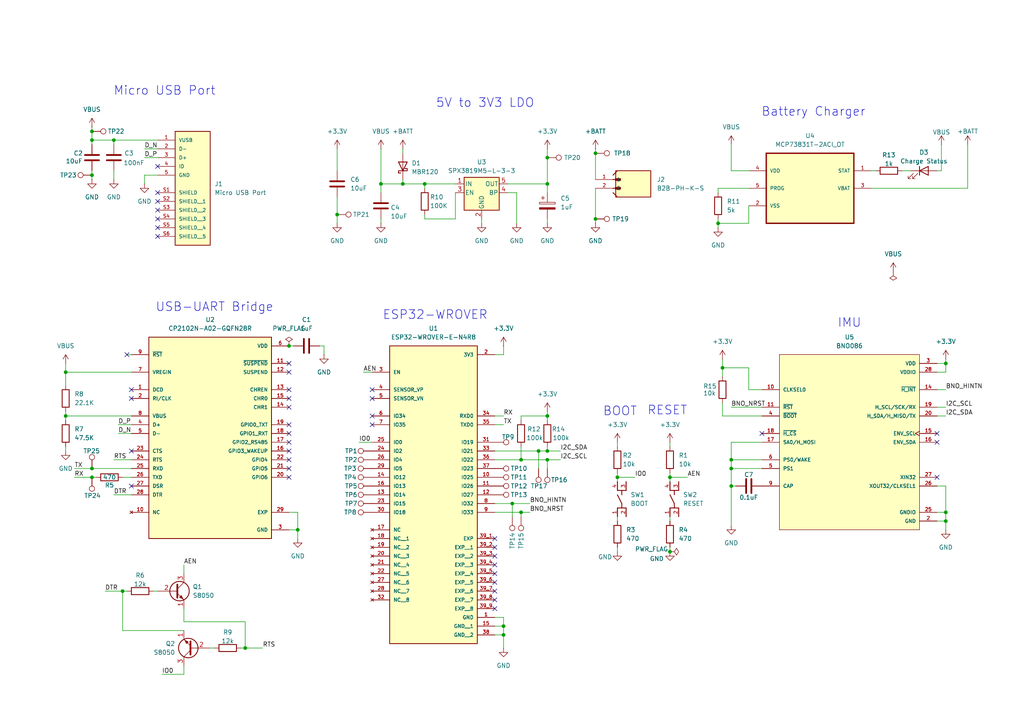
<source format=kicad_sch>
(kicad_sch (version 20231120) (generator "eeschema") (generator_version "8.0")
  (paper "A4")
  (lib_symbols
    (symbol "BNO086:BNO080" (pin_names (offset 1.016))
      (property "Reference" "U" (at -20.32 26.67 0))
      (property "Value" "BNO080" (at -20.32 -29.21 0))
      (symbol "BNO080_0_0"
        (pin input line (at -25.4 15.24 0) (length 5.08) (name "CLKSEL0") (number "10"))
        (pin input line (at -25.4 10.16 0) (length 5.08) (name "~{RST}") (number "11"))
        (pin output line (at 25.4 15.24 180) (length 5.08) (name "~{H_INT}") (number "14"))
        (pin bidirectional clock (at 25.4 2.54 180) (length 5.08) (name "ENV_SCL") (number "15"))
        (pin bidirectional line (at 25.4 0 180) (length 5.08) (name "ENV_SDA") (number "16"))
        (pin input line (at -25.4 0 0) (length 5.08) (name "SA0/H_MOSI") (number "17"))
        (pin input line (at -25.4 2.54 0) (length 5.08) (name "~{H_CS}") (number "18"))
        (pin bidirectional line (at 25.4 10.16 180) (length 5.08) (name "H_SCL/SCK/RX") (number "19"))
        (pin power_in line (at 25.4 -22.86 180) (length 5.08) (name "GND") (number "2"))
        (pin bidirectional line (at 25.4 7.62 180) (length 5.08) (name "H_SDA/H_MISO/TX") (number "20"))
        (pin power_in line (at 25.4 -20.32 180) (length 5.08) (name "GNDIO") (number "25"))
        (pin output line (at 25.4 -12.7 180) (length 5.08) (name "XOUT32/CLKSEL1") (number "26"))
        (pin input line (at 25.4 -10.16 180) (length 5.08) (name "XIN32") (number "27"))
        (pin power_in line (at 25.4 20.32 180) (length 5.08) (name "VDDIO") (number "28"))
        (pin power_in line (at 25.4 22.86 180) (length 5.08) (name "VDD") (number "3"))
        (pin input line (at -25.4 7.62 0) (length 5.08) (name "~{BOOT}") (number "4"))
        (pin input line (at -25.4 -7.62 0) (length 5.08) (name "PS1") (number "5"))
        (pin input line (at -25.4 -5.08 0) (length 5.08) (name "PS0/WAKE") (number "6"))
        (pin passive line (at -25.4 -12.7 0) (length 5.08) (name "CAP") (number "9"))
      )
    )
    (symbol "Battery_Conn:B2B-PH-K-S" (pin_names (offset 1.016))
      (property "Reference" "J" (at -5.58 5.08 0))
      (property "Value" "B2B-PH-K-S" (at -5.08 -5.08 0))
      (symbol "B2B-PH-K-S_0_0"
        (pin passive line (at -10.16 2.54 0) (length 5.08) (name "1") (number "1"))
        (pin passive line (at -10.16 0 0) (length 5.08) (name "2") (number "2"))
      )
    )
    (symbol "CP2102_28:CP2102N-A02-GQFN28R" (pin_names (offset 1.016))
      (property "Reference" "U" (at -17.78 28.702 0))
      (property "Value" "CP2102N-A02-GQFN28R" (at -17.78 -33.02 0))
      (symbol "CP2102N-A02-GQFN28R_0_0"
        (pin input line (at -22.86 12.7 0) (length 5.08) (name "DCD") (number "1"))
        (pin no_connect line (at -22.86 -22.86 0) (length 5.08) (name "NC") (number "10"))
        (pin output line (at 22.86 20.32 180) (length 5.08) (name "~{SUSPEND}") (number "11"))
        (pin output line (at 22.86 17.78 180) (length 5.08) (name "SUSPEND") (number "12"))
        (pin output line (at 22.86 12.7 180) (length 5.08) (name "CHREN") (number "13"))
        (pin output line (at 22.86 7.62 180) (length 5.08) (name "CHR1") (number "14"))
        (pin output line (at 22.86 10.16 180) (length 5.08) (name "CHR0") (number "15"))
        (pin bidirectional line (at 22.86 -5.08 180) (length 5.08) (name "GPIO3_WAKEUP") (number "16"))
        (pin bidirectional line (at 22.86 -2.54 180) (length 5.08) (name "GPIO2_RS485") (number "17"))
        (pin bidirectional line (at 22.86 0 180) (length 5.08) (name "GPIO1_RXT") (number "18"))
        (pin bidirectional line (at 22.86 2.54 180) (length 5.08) (name "GPIO0_TXT") (number "19"))
        (pin bidirectional line (at -22.86 10.16 0) (length 5.08) (name "RI/CLK") (number "2"))
        (pin bidirectional line (at 22.86 -12.7 180) (length 5.08) (name "GPIO6") (number "20"))
        (pin bidirectional line (at 22.86 -10.16 180) (length 5.08) (name "GPIO5") (number "21"))
        (pin bidirectional line (at 22.86 -7.62 180) (length 5.08) (name "GPIO4") (number "22"))
        (pin input line (at -22.86 -5.08 0) (length 5.08) (name "CTS") (number "23"))
        (pin output line (at -22.86 -7.62 0) (length 5.08) (name "RTS") (number "24"))
        (pin input line (at -22.86 -10.16 0) (length 5.08) (name "RXD") (number "25"))
        (pin output line (at -22.86 -12.7 0) (length 5.08) (name "TXD") (number "26"))
        (pin input line (at -22.86 -15.24 0) (length 5.08) (name "DSR") (number "27"))
        (pin output line (at -22.86 -17.78 0) (length 5.08) (name "DTR") (number "28"))
        (pin power_in line (at 22.86 -22.86 180) (length 5.08) (name "EXP") (number "29"))
        (pin power_in line (at 22.86 -27.94 180) (length 5.08) (name "GND") (number "3"))
        (pin bidirectional line (at -22.86 2.54 0) (length 5.08) (name "D+") (number "4"))
        (pin bidirectional line (at -22.86 0 0) (length 5.08) (name "D-") (number "5"))
        (pin power_in line (at 22.86 25.4 180) (length 5.08) (name "VDD") (number "6"))
        (pin input line (at -22.86 17.78 0) (length 5.08) (name "VREGIN") (number "7"))
        (pin input line (at -22.86 5.08 0) (length 5.08) (name "VBUS") (number "8"))
        (pin input line (at -22.86 22.86 0) (length 5.08) (name "~{RST}") (number "9"))
      )
    )
    (symbol "Connector:TestPoint" (pin_numbers hide) (pin_names (offset 0.762) hide)
      (property "Reference" "TP" (at 0 6.858 0))
      (property "Value" "TestPoint" (at 0 5.08 0))
      (symbol "TestPoint_1_1"
        (pin passive line (at 0 0 90) (length 2.54) (name "1") (number "1"))
      )
    )
    (symbol "Device:C" (pin_numbers hide) (pin_names (offset 0.254))
      (property "Reference" "C" (at 0.635 2.54 0))
      (property "Value" "C" (at 0.635 -2.54 0))
      (symbol "C_1_1"
        (pin passive line (at 0 3.81 270) (length 2.794) (name "~") (number "1"))
        (pin passive line (at 0 -3.81 90) (length 2.794) (name "~") (number "2"))
      )
    )
    (symbol "Device:C_Polarized" (pin_numbers hide) (pin_names (offset 0.254))
      (property "Reference" "C" (at 0.635 2.54 0))
      (property "Value" "C_Polarized" (at 0.635 -2.54 0))
      (symbol "C_Polarized_1_1"
        (pin passive line (at 0 3.81 270) (length 2.794) (name "~") (number "1"))
        (pin passive line (at 0 -3.81 90) (length 2.794) (name "~") (number "2"))
      )
    )
    (symbol "Device:D_Schottky" (pin_numbers hide) (pin_names (offset 1.016) hide)
      (property "Reference" "D" (at 0 2.54 0))
      (property "Value" "D_Schottky" (at 0 -2.54 0))
      (symbol "D_Schottky_1_1"
        (pin passive line (at -3.81 0 0) (length 2.54) (name "K") (number "1"))
        (pin passive line (at 3.81 0 180) (length 2.54) (name "A") (number "2"))
      )
    )
    (symbol "Device:LED" (pin_numbers hide) (pin_names (offset 1.016) hide)
      (property "Reference" "D" (at 0 2.54 0))
      (property "Value" "LED" (at 0 -2.54 0))
      (symbol "LED_1_1"
        (pin passive line (at -3.81 0 0) (length 2.54) (name "K") (number "1"))
        (pin passive line (at 3.81 0 180) (length 2.54) (name "A") (number "2"))
      )
    )
    (symbol "Device:R" (pin_numbers hide) (pin_names (offset 0))
      (property "Reference" "R" (at 2.032 0 90))
      (property "Value" "R" (at 0 0 90))
      (symbol "R_1_1"
        (pin passive line (at 0 3.81 270) (length 1.27) (name "~") (number "1"))
        (pin passive line (at 0 -3.81 90) (length 1.27) (name "~") (number "2"))
      )
    )
    (symbol "ESP32-WROVER-E-N4R8:ESP32-WROVER-E-N4R8" (pin_names (offset 1.016))
      (property "Reference" "U" (at -12.7 30.988 0))
      (property "Value" "ESP32-WROVER-E-N4R8" (at -12.7 -58.42 0))
      (symbol "ESP32-WROVER-E-N4R8_0_0"
        (pin power_in line (at 17.78 -48.26 180) (length 5.08) (name "GND") (number "1"))
        (pin bidirectional line (at 17.78 -7.62 180) (length 5.08) (name "IO25") (number "10"))
        (pin bidirectional line (at 17.78 -10.16 180) (length 5.08) (name "IO26") (number "11"))
        (pin bidirectional line (at 17.78 -12.7 180) (length 5.08) (name "IO27") (number "12"))
        (pin bidirectional line (at -17.78 -12.7 0) (length 5.08) (name "IO14") (number "13"))
        (pin bidirectional line (at -17.78 -7.62 0) (length 5.08) (name "IO12") (number "14"))
        (pin power_in line (at 17.78 -50.8 180) (length 5.08) (name "GND__1") (number "15"))
        (pin bidirectional line (at -17.78 -10.16 0) (length 5.08) (name "IO13") (number "16"))
        (pin no_connect line (at -17.78 -22.86 0) (length 5.08) (name "NC") (number "17"))
        (pin no_connect line (at -17.78 -25.4 0) (length 5.08) (name "NC__1") (number "18"))
        (pin no_connect line (at -17.78 -27.94 0) (length 5.08) (name "NC__2") (number "19"))
        (pin power_in line (at 17.78 27.94 180) (length 5.08) (name "3V3") (number "2"))
        (pin no_connect line (at -17.78 -30.48 0) (length 5.08) (name "NC__3") (number "20"))
        (pin no_connect line (at -17.78 -33.02 0) (length 5.08) (name "NC__4") (number "21"))
        (pin no_connect line (at -17.78 -35.56 0) (length 5.08) (name "NC__5") (number "22"))
        (pin bidirectional line (at -17.78 -15.24 0) (length 5.08) (name "IO15") (number "23"))
        (pin bidirectional line (at -17.78 0 0) (length 5.08) (name "IO2") (number "24"))
        (pin bidirectional line (at -17.78 2.54 0) (length 5.08) (name "IO0") (number "25"))
        (pin bidirectional line (at -17.78 -2.54 0) (length 5.08) (name "IO4") (number "26"))
        (pin no_connect line (at -17.78 -38.1 0) (length 5.08) (name "NC__6") (number "27"))
        (pin no_connect line (at -17.78 -40.64 0) (length 5.08) (name "NC__7") (number "28"))
        (pin bidirectional line (at -17.78 -5.08 0) (length 5.08) (name "IO5") (number "29"))
        (pin input line (at -17.78 22.86 0) (length 5.08) (name "EN") (number "3"))
        (pin bidirectional line (at -17.78 -17.78 0) (length 5.08) (name "IO18") (number "30"))
        (pin bidirectional line (at 17.78 2.54 180) (length 5.08) (name "IO19") (number "31"))
        (pin no_connect line (at -17.78 -43.18 0) (length 5.08) (name "NC__8") (number "32"))
        (pin bidirectional line (at 17.78 0 180) (length 5.08) (name "IO21") (number "33"))
        (pin bidirectional line (at 17.78 10.16 180) (length 5.08) (name "RXD0") (number "34"))
        (pin bidirectional line (at 17.78 7.62 180) (length 5.08) (name "TXD0") (number "35"))
        (pin bidirectional line (at 17.78 -2.54 180) (length 5.08) (name "IO22") (number "36"))
        (pin bidirectional line (at 17.78 -5.08 180) (length 5.08) (name "IO23") (number "37"))
        (pin power_in line (at 17.78 -53.34 180) (length 5.08) (name "GND__2") (number "38"))
        (pin power_in line (at 17.78 -25.4 180) (length 5.08) (name "EXP") (number "39_1"))
        (pin power_in line (at 17.78 -27.94 180) (length 5.08) (name "EXP__1") (number "39_2"))
        (pin power_in line (at 17.78 -30.48 180) (length 5.08) (name "EXP__2") (number "39_3"))
        (pin power_in line (at 17.78 -33.02 180) (length 5.08) (name "EXP__3") (number "39_4"))
        (pin power_in line (at 17.78 -35.56 180) (length 5.08) (name "EXP__4") (number "39_5"))
        (pin power_in line (at 17.78 -38.1 180) (length 5.08) (name "EXP__5") (number "39_6"))
        (pin power_in line (at 17.78 -40.64 180) (length 5.08) (name "EXP__6") (number "39_7"))
        (pin power_in line (at 17.78 -43.18 180) (length 5.08) (name "EXP__7") (number "39_8"))
        (pin power_in line (at 17.78 -45.72 180) (length 5.08) (name "EXP__8") (number "39_9"))
        (pin input line (at -17.78 17.78 0) (length 5.08) (name "SENSOR_VP") (number "4"))
        (pin input line (at -17.78 15.24 0) (length 5.08) (name "SENSOR_VN") (number "5"))
        (pin input line (at -17.78 10.16 0) (length 5.08) (name "IO34") (number "6"))
        (pin input line (at -17.78 7.62 0) (length 5.08) (name "IO35") (number "7"))
        (pin bidirectional line (at 17.78 -15.24 180) (length 5.08) (name "IO32") (number "8"))
        (pin bidirectional line (at 17.78 -17.78 180) (length 5.08) (name "IO33") (number "9"))
      )
    )
    (symbol "MCP73831-2ACI_OT:MCP73831T-2ACI_OT" (pin_names (offset 1.016))
      (property "Reference" "U" (at -4.1227 10.0778 0))
      (property "Value" "MCP73831T-2ACI_OT" (at -5.9526 -17.1963 0))
      (symbol "MCP73831T-2ACI_OT_0_0"
        (pin output line (at 17.78 2.54 180) (length 5.08) (name "STAT") (number "1"))
        (pin power_in line (at -17.78 -7.62 0) (length 5.08) (name "VSS") (number "2"))
        (pin output line (at 17.78 -2.54 180) (length 5.08) (name "VBAT") (number "3"))
        (pin power_in line (at -17.78 2.54 0) (length 5.08) (name "VDD") (number "4"))
        (pin input line (at -17.78 -2.54 0) (length 5.08) (name "PROG") (number "5"))
      )
    )
    (symbol "PTS810_Btn:PTS810_SJM_250_SMTR_LFS" (pin_names (offset 1.016))
      (property "Reference" "SW" (at -3.81 1.27 0))
      (property "Value" "PTS810_SJM_250_SMTR_LFS" (at -5.08 -6.35 0))
      (symbol "PTS810_SJM_250_SMTR_LFS_0_0"
        (pin passive line (at -5.08 0 0) (length 2.54) (name "~") (number "1"))
        (pin passive line (at -5.08 -2.54 0) (length 2.54) (name "~") (number "2"))
        (pin passive line (at 5.08 -2.54 180) (length 2.54) (name "~") (number "3"))
        (pin passive line (at 5.08 0 180) (length 2.54) (name "~") (number "4"))
      )
    )
    (symbol "Regulator_Linear:SPX3819M5-L-3-3" (pin_names (offset 0.254))
      (property "Reference" "U" (at -3.81 5.715 0))
      (property "Value" "SPX3819M5-L-3-3" (at 0 5.715 0))
      (symbol "SPX3819M5-L-3-3_1_1"
        (pin power_in line (at -7.62 2.54 0) (length 2.54) (name "IN") (number "1"))
        (pin power_in line (at 0 -7.62 90) (length 2.54) (name "GND") (number "2"))
        (pin input line (at -7.62 0 0) (length 2.54) (name "EN") (number "3"))
        (pin input line (at 7.62 0 180) (length 2.54) (name "BP") (number "4"))
        (pin power_out line (at 7.62 2.54 180) (length 2.54) (name "OUT") (number "5"))
      )
    )
    (symbol "Transistor_BJT:S8050" (pin_names (offset 0) hide)
      (property "Reference" "Q" (at 5.08 1.905 0))
      (property "Value" "S8050" (at 5.08 0 0))
      (symbol "S8050_1_1"
        (pin passive line (at 2.54 -5.08 90) (length 2.54) (name "E") (number "1"))
        (pin input line (at -5.08 0 0) (length 5.08) (name "B") (number "2"))
        (pin passive line (at 2.54 5.08 270) (length 2.54) (name "C") (number "3"))
      )
    )
    (symbol "USB2_B_Micro_:10118193-0001LF" (pin_names (offset 1.016))
      (property "Reference" "J" (at -5.0817 10.9286 0))
      (property "Value" "10118193-0001LF" (at -5.0819 -25.4097 0))
      (symbol "10118193-0001LF_0_0"
        (pin passive line (at -10.16 7.62 0) (length 5.08) (name "VUSB") (number "1"))
        (pin passive line (at -10.16 5.08 0) (length 5.08) (name "D-") (number "2"))
        (pin passive line (at -10.16 2.54 0) (length 5.08) (name "D+") (number "3"))
        (pin passive line (at -10.16 0 0) (length 5.08) (name "ID") (number "4"))
        (pin passive line (at -10.16 -2.54 0) (length 5.08) (name "GND") (number "5"))
        (pin passive line (at -10.16 -7.62 0) (length 5.08) (name "SHIELD") (number "S1"))
        (pin passive line (at -10.16 -10.16 0) (length 5.08) (name "SHIELD__1") (number "S2"))
        (pin passive line (at -10.16 -12.7 0) (length 5.08) (name "SHIELD__2") (number "S3"))
        (pin passive line (at -10.16 -15.24 0) (length 5.08) (name "SHIELD__3") (number "S4"))
        (pin passive line (at -10.16 -17.78 0) (length 5.08) (name "SHIELD__4") (number "S5"))
        (pin passive line (at -10.16 -20.32 0) (length 5.08) (name "SHIELD__5") (number "S6"))
      )
    )
    (symbol "power:+3.3V" (power) (pin_numbers hide) (pin_names (offset 0) hide)
      (property "Value" "+3.3V" (at 0 3.556 0))
      (symbol "+3.3V_1_1"
        (pin power_in line (at 0 0 90) (length 0) (name "~") (number "1"))
      )
    )
    (symbol "power:+BATT" (power) (pin_numbers hide) (pin_names (offset 0) hide)
      (property "Value" "+BATT" (at 0 3.556 0))
      (symbol "+BATT_1_1"
        (pin power_in line (at 0 0 90) (length 0) (name "~") (number "1"))
      )
    )
    (symbol "power:GND" (power) (pin_numbers hide) (pin_names (offset 0) hide)
      (property "Value" "GND" (at 0 -3.81 0))
      (symbol "GND_1_1"
        (pin power_in line (at 0 0 270) (length 0) (name "~") (number "1"))
      )
    )
    (symbol "power:PWR_FLAG" (power) (pin_numbers hide) (pin_names (offset 0) hide)
      (property "Value" "PWR_FLAG" (at 0 3.81 0))
      (symbol "PWR_FLAG_0_0"
        (pin power_out line (at 0 0 90) (length 0) (name "~") (number "1"))
      )
    )
    (symbol "power:VBUS" (power) (pin_numbers hide) (pin_names (offset 0) hide)
      (property "Value" "VBUS" (at 0 3.556 0))
      (symbol "VBUS_1_1"
        (pin power_in line (at 0 0 90) (length 0) (name "~") (number "1"))
      )
    )
  )
  (junction (at 26.67 38.1))
  (junction (at 146.05 181.61))
  (junction (at 123.19 53.34))
  (junction (at 97.79 62.23))
  (junction (at 19.05 120.65))
  (junction (at 33.02 40.64))
  (junction (at 26.67 135.89))
  (junction (at 209.55 106.68))
  (junction (at 158.75 133.35))
  (junction (at 151.13 148.59))
  (junction (at 158.75 130.81))
  (junction (at 110.49 53.34))
  (junction (at 26.67 50.8))
  (junction (at 83.82 100.33))
  (junction (at 156.21 130.81))
  (junction (at 158.75 120.65))
  (junction (at 71.12 187.96))
  (junction (at 158.75 53.34))
  (junction (at 35.56 171.45))
  (junction (at 151.13 133.35))
  (junction (at 148.59 146.05))
  (junction (at 274.32 148.59))
  (junction (at 212.09 140.97))
  (junction (at 172.72 63.5))
  (junction (at 208.28 64.77))
  (junction (at 194.31 160.02))
  (junction (at 146.05 184.15))
  (junction (at 26.67 138.43))
  (junction (at 179.07 138.43))
  (junction (at 212.09 133.35))
  (junction (at 212.09 135.89))
  (junction (at 19.05 107.95))
  (junction (at 116.84 53.34))
  (junction (at 274.32 105.41))
  (junction (at 172.72 44.45))
  (junction (at 86.36 153.67))
  (junction (at 194.31 138.43))
  (junction (at 274.32 151.13))
  (junction (at 158.75 45.72))
  (junction (at 26.67 40.64))
  (no_connect (at 83.82 123.19))
  (no_connect (at 107.95 115.57))
  (no_connect (at 83.82 107.95))
  (no_connect (at 83.82 128.27))
  (no_connect (at 38.1 140.97))
  (no_connect (at 45.72 55.88))
  (no_connect (at 220.98 125.73))
  (no_connect (at 45.72 66.04))
  (no_connect (at 83.82 105.41))
  (no_connect (at 143.51 166.37))
  (no_connect (at 271.78 128.27))
  (no_connect (at 143.51 171.45))
  (no_connect (at 83.82 133.35))
  (no_connect (at 271.78 125.73))
  (no_connect (at 36.83 102.87))
  (no_connect (at 83.82 118.11))
  (no_connect (at 143.51 158.75))
  (no_connect (at 143.51 156.21))
  (no_connect (at 271.78 138.43))
  (no_connect (at 45.72 63.5))
  (no_connect (at 107.95 120.65))
  (no_connect (at 38.1 130.81))
  (no_connect (at 83.82 115.57))
  (no_connect (at 143.51 163.83))
  (no_connect (at 107.95 113.03))
  (no_connect (at 45.72 68.58))
  (no_connect (at 83.82 138.43))
  (no_connect (at 143.51 176.53))
  (no_connect (at 45.72 48.26))
  (no_connect (at 107.95 123.19))
  (no_connect (at 83.82 130.81))
  (no_connect (at 38.1 115.57))
  (no_connect (at 143.51 168.91))
  (no_connect (at 38.1 113.03))
  (no_connect (at 45.72 58.42))
  (no_connect (at 83.82 125.73))
  (no_connect (at 83.82 135.89))
  (no_connect (at 143.51 173.99))
  (no_connect (at 45.72 60.96))
  (no_connect (at 83.82 113.03))
  (no_connect (at 143.51 161.29))
  (wire (pts (xy 194.31 158.75) (xy 194.31 160.02)))
  (wire (pts (xy 151.13 120.65) (xy 158.75 120.65)))
  (wire (pts (xy 35.56 182.88) (xy 35.56 171.45)))
  (wire (pts (xy 44.45 171.45) (xy 45.72 171.45)))
  (wire (pts (xy 158.75 45.72) (xy 158.75 43.18)))
  (wire (pts (xy 172.72 54.61) (xy 172.72 63.5)))
  (wire (pts (xy 105.41 107.95) (xy 107.95 107.95)))
  (wire (pts (xy 271.78 105.41) (xy 274.32 105.41)))
  (wire (pts (xy 172.72 43.18) (xy 172.72 44.45)))
  (wire (pts (xy 143.51 148.59) (xy 151.13 148.59)))
  (wire (pts (xy 158.75 133.35) (xy 162.56 133.35)))
  (wire (pts (xy 93.98 100.33) (xy 93.98 102.87)))
  (wire (pts (xy 83.82 148.59) (xy 86.36 148.59)))
  (wire (pts (xy 280.67 41.91) (xy 280.67 54.61)))
  (wire (pts (xy 19.05 105.41) (xy 19.05 107.95)))
  (wire (pts (xy 104.14 128.27) (xy 107.95 128.27)))
  (wire (pts (xy 217.17 113.03) (xy 217.17 106.68)))
  (wire (pts (xy 271.78 118.11) (xy 274.32 118.11)))
  (wire (pts (xy 26.67 40.64) (xy 26.67 41.91)))
  (wire (pts (xy 143.51 123.19) (xy 146.05 123.19)))
  (wire (pts (xy 217.17 113.03) (xy 220.98 113.03)))
  (wire (pts (xy 271.78 140.97) (xy 274.32 140.97)))
  (wire (pts (xy 274.32 104.14) (xy 274.32 105.41)))
  (wire (pts (xy 146.05 184.15) (xy 146.05 187.96)))
  (wire (pts (xy 151.13 129.54) (xy 151.13 133.35)))
  (wire (pts (xy 212.09 128.27) (xy 212.09 133.35)))
  (wire (pts (xy 86.36 153.67) (xy 86.36 156.21)))
  (wire (pts (xy 26.67 50.8) (xy 26.67 49.53)))
  (wire (pts (xy 158.75 135.89) (xy 158.75 133.35)))
  (wire (pts (xy 209.55 106.68) (xy 209.55 104.14)))
  (wire (pts (xy 209.55 109.22) (xy 209.55 106.68)))
  (wire (pts (xy 274.32 140.97) (xy 274.32 148.59)))
  (wire (pts (xy 172.72 44.45) (xy 172.72 52.07)))
  (wire (pts (xy 33.02 143.51) (xy 38.1 143.51)))
  (wire (pts (xy 116.84 53.34) (xy 123.19 53.34)))
  (wire (pts (xy 36.83 171.45) (xy 35.56 171.45)))
  (wire (pts (xy 53.34 163.83) (xy 53.34 166.37)))
  (wire (pts (xy 93.98 100.33) (xy 92.71 100.33)))
  (wire (pts (xy 143.51 130.81) (xy 156.21 130.81)))
  (wire (pts (xy 97.79 57.15) (xy 97.79 62.23)))
  (wire (pts (xy 271.78 148.59) (xy 274.32 148.59)))
  (wire (pts (xy 179.07 128.27) (xy 179.07 129.54)))
  (wire (pts (xy 158.75 53.34) (xy 158.75 55.88)))
  (wire (pts (xy 33.02 40.64) (xy 45.72 40.64)))
  (wire (pts (xy 212.09 49.53) (xy 217.17 49.53)))
  (wire (pts (xy 33.02 52.07) (xy 33.02 49.53)))
  (wire (pts (xy 179.07 158.75) (xy 179.07 160.02)))
  (wire (pts (xy 86.36 148.59) (xy 86.36 153.67)))
  (wire (pts (xy 212.09 49.53) (xy 212.09 41.91)))
  (wire (pts (xy 83.82 100.33) (xy 85.09 100.33)))
  (wire (pts (xy 147.32 53.34) (xy 158.75 53.34)))
  (wire (pts (xy 71.12 187.96) (xy 71.12 180.34)))
  (wire (pts (xy 151.13 149.86) (xy 151.13 148.59)))
  (wire (pts (xy 132.08 63.5) (xy 132.08 55.88)))
  (wire (pts (xy 194.31 138.43) (xy 199.39 138.43)))
  (wire (pts (xy 33.02 40.64) (xy 33.02 41.91)))
  (wire (pts (xy 21.59 135.89) (xy 26.67 135.89)))
  (wire (pts (xy 97.79 43.18) (xy 97.79 49.53)))
  (wire (pts (xy 146.05 181.61) (xy 146.05 184.15)))
  (wire (pts (xy 71.12 180.34) (xy 53.34 180.34)))
  (wire (pts (xy 110.49 53.34) (xy 110.49 55.88)))
  (wire (pts (xy 194.31 137.16) (xy 194.31 138.43)))
  (wire (pts (xy 217.17 54.61) (xy 208.28 54.61)))
  (wire (pts (xy 97.79 62.23) (xy 97.79 64.77)))
  (wire (pts (xy 158.75 130.81) (xy 162.56 130.81)))
  (wire (pts (xy 212.09 118.11) (xy 220.98 118.11)))
  (wire (pts (xy 53.34 193.04) (xy 53.34 195.58)))
  (wire (pts (xy 34.29 123.19) (xy 38.1 123.19)))
  (wire (pts (xy 146.05 102.87) (xy 146.05 100.33)))
  (wire (pts (xy 33.02 133.35) (xy 38.1 133.35)))
  (wire (pts (xy 123.19 63.5) (xy 123.19 62.23)))
  (wire (pts (xy 151.13 148.59) (xy 153.67 148.59)))
  (wire (pts (xy 53.34 182.88) (xy 35.56 182.88)))
  (wire (pts (xy 143.51 102.87) (xy 146.05 102.87)))
  (wire (pts (xy 274.32 148.59) (xy 274.32 151.13)))
  (wire (pts (xy 26.67 40.64) (xy 33.02 40.64)))
  (wire (pts (xy 271.78 151.13) (xy 274.32 151.13)))
  (wire (pts (xy 208.28 54.61) (xy 208.28 55.88)))
  (wire (pts (xy 194.31 149.86) (xy 194.31 151.13)))
  (wire (pts (xy 217.17 64.77) (xy 208.28 64.77)))
  (wire (pts (xy 220.98 133.35) (xy 212.09 133.35)))
  (wire (pts (xy 46.99 195.58) (xy 53.34 195.58)))
  (wire (pts (xy 151.13 120.65) (xy 151.13 121.92)))
  (wire (pts (xy 194.31 128.27) (xy 194.31 129.54)))
  (wire (pts (xy 148.59 146.05) (xy 148.59 149.86)))
  (wire (pts (xy 179.07 149.86) (xy 179.07 151.13)))
  (wire (pts (xy 148.59 146.05) (xy 153.67 146.05)))
  (wire (pts (xy 208.28 63.5) (xy 208.28 64.77)))
  (wire (pts (xy 179.07 138.43) (xy 179.07 139.7)))
  (wire (pts (xy 209.55 106.68) (xy 217.17 106.68)))
  (wire (pts (xy 179.07 137.16) (xy 179.07 138.43)))
  (wire (pts (xy 143.51 146.05) (xy 148.59 146.05)))
  (wire (pts (xy 271.78 113.03) (xy 274.32 113.03)))
  (wire (pts (xy 220.98 120.65) (xy 209.55 120.65)))
  (wire (pts (xy 273.05 41.91) (xy 273.05 49.53)))
  (wire (pts (xy 209.55 116.84) (xy 209.55 120.65)))
  (wire (pts (xy 143.51 120.65) (xy 146.05 120.65)))
  (wire (pts (xy 21.59 138.43) (xy 26.67 138.43)))
  (wire (pts (xy 36.83 102.87) (xy 38.1 102.87)))
  (wire (pts (xy 261.62 49.53) (xy 264.16 49.53)))
  (wire (pts (xy 143.51 181.61) (xy 146.05 181.61)))
  (wire (pts (xy 271.78 107.95) (xy 274.32 107.95)))
  (wire (pts (xy 194.31 138.43) (xy 194.31 139.7)))
  (wire (pts (xy 26.67 138.43) (xy 27.94 138.43)))
  (wire (pts (xy 34.29 125.73) (xy 38.1 125.73)))
  (wire (pts (xy 158.75 119.38) (xy 158.75 120.65)))
  (wire (pts (xy 30.48 171.45) (xy 35.56 171.45)))
  (wire (pts (xy 212.09 133.35) (xy 212.09 135.89)))
  (wire (pts (xy 212.09 135.89) (xy 220.98 135.89)))
  (wire (pts (xy 116.84 52.07) (xy 116.84 53.34)))
  (wire (pts (xy 212.09 140.97) (xy 212.09 152.4)))
  (wire (pts (xy 143.51 133.35) (xy 151.13 133.35)))
  (wire (pts (xy 217.17 59.69) (xy 217.17 64.77)))
  (wire (pts (xy 158.75 63.5) (xy 158.75 64.77)))
  (wire (pts (xy 19.05 107.95) (xy 38.1 107.95)))
  (wire (pts (xy 26.67 40.64) (xy 26.67 38.1)))
  (wire (pts (xy 123.19 53.34) (xy 123.19 54.61)))
  (wire (pts (xy 19.05 107.95) (xy 19.05 111.76)))
  (wire (pts (xy 172.72 63.5) (xy 172.72 64.77)))
  (wire (pts (xy 26.67 135.89) (xy 38.1 135.89)))
  (wire (pts (xy 273.05 49.53) (xy 271.78 49.53)))
  (wire (pts (xy 19.05 120.65) (xy 19.05 121.92)))
  (wire (pts (xy 143.51 179.07) (xy 146.05 179.07)))
  (wire (pts (xy 110.49 63.5) (xy 110.49 64.77)))
  (wire (pts (xy 19.05 119.38) (xy 19.05 120.65)))
  (wire (pts (xy 139.7 64.77) (xy 139.7 63.5)))
  (wire (pts (xy 208.28 66.04) (xy 208.28 64.77)))
  (wire (pts (xy 71.12 187.96) (xy 76.2 187.96)))
  (wire (pts (xy 26.67 52.07) (xy 26.67 50.8)))
  (wire (pts (xy 149.86 55.88) (xy 149.86 64.77)))
  (wire (pts (xy 26.67 38.1) (xy 26.67 36.83)))
  (wire (pts (xy 212.09 140.97) (xy 213.36 140.97)))
  (wire (pts (xy 158.75 129.54) (xy 158.75 130.81)))
  (wire (pts (xy 41.91 45.72) (xy 45.72 45.72)))
  (wire (pts (xy 116.84 43.18) (xy 116.84 44.45)))
  (wire (pts (xy 146.05 179.07) (xy 146.05 181.61)))
  (wire (pts (xy 110.49 53.34) (xy 116.84 53.34)))
  (wire (pts (xy 274.32 151.13) (xy 274.32 153.67)))
  (wire (pts (xy 19.05 129.54) (xy 19.05 130.81)))
  (wire (pts (xy 252.73 54.61) (xy 280.67 54.61)))
  (wire (pts (xy 158.75 120.65) (xy 158.75 121.92)))
  (wire (pts (xy 147.32 55.88) (xy 149.86 55.88)))
  (wire (pts (xy 110.49 43.18) (xy 110.49 53.34)))
  (wire (pts (xy 45.72 50.8) (xy 41.91 50.8)))
  (wire (pts (xy 151.13 133.35) (xy 158.75 133.35)))
  (wire (pts (xy 69.85 187.96) (xy 71.12 187.96)))
  (wire (pts (xy 123.19 63.5) (xy 132.08 63.5)))
  (wire (pts (xy 41.91 43.18) (xy 45.72 43.18)))
  (wire (pts (xy 254 49.53) (xy 252.73 49.53)))
  (wire (pts (xy 53.34 180.34) (xy 53.34 176.53)))
  (wire (pts (xy 212.09 135.89) (xy 212.09 140.97)))
  (wire (pts (xy 41.91 50.8) (xy 41.91 53.34)))
  (wire (pts (xy 123.19 53.34) (xy 132.08 53.34)))
  (wire (pts (xy 143.51 184.15) (xy 146.05 184.15)))
  (wire (pts (xy 156.21 130.81) (xy 158.75 130.81)))
  (wire (pts (xy 83.82 153.67) (xy 86.36 153.67)))
  (wire (pts (xy 38.1 120.65) (xy 19.05 120.65)))
  (wire (pts (xy 271.78 120.65) (xy 274.32 120.65)))
  (wire (pts (xy 274.32 105.41) (xy 274.32 107.95)))
  (wire (pts (xy 220.98 128.27) (xy 212.09 128.27)))
  (wire (pts (xy 179.07 138.43) (xy 184.15 138.43)))
  (wire (pts (xy 60.96 187.96) (xy 62.23 187.96)))
  (wire (pts (xy 156.21 130.81) (xy 156.21 135.89)))
  (wire (pts (xy 35.56 138.43) (xy 38.1 138.43)))
  (wire (pts (xy 158.75 53.34) (xy 158.75 45.72)))
  (text "USB-UART Bridge\n" (at 62.23 89.154 0) (effects (font (size 2.54 2.54))))
  (text "IMU\n" (at 246.38 93.726 0) (effects (font (size 2.54 2.54))))
  (text "Battery Charger\n" (at 235.966 32.512 0) (effects (font (size 2.54 2.54))))
  (text "Micro USB Port\n" (at 47.752 26.416 0) (effects (font (size 2.54 2.54))))
  (text "ESP32-WROVER\n" (at 126.238 91.44 0) (effects (font (size 2.54 2.54))))
  (text "RESET\n" (at 193.548 119.126 0) (effects (font (size 2.54 2.54))))
  (text "5V to 3V3 LDO\n\n" (at 140.716 32.004 0) (effects (font (size 2.54 2.54))))
  (text "BOOT" (at 179.832 119.38 0) (effects (font (size 2.54 2.54))))
  (label "IO0" (at 46.99 195.58 0))
  (label "AEN" (at 53.34 163.83 0))
  (label "BNO_HINTN" (at 274.32 113.03 0))
  (label "TX" (at 21.59 135.89 0))
  (label "BNO_NRST" (at 212.09 118.11 0))
  (label "AEN" (at 199.39 138.43 0))
  (label "IO0" (at 104.14 128.27 0))
  (label "D_N" (at 34.29 125.73 0))
  (label "BNO_HINTN" (at 153.67 146.05 0))
  (label "DTR" (at 33.02 143.51 0))
  (label "DTR" (at 30.48 171.45 0))
  (label "I2C_SDA" (at 274.32 120.65 0))
  (label "I2C_SCL" (at 162.56 133.35 0))
  (label "D_P" (at 34.29 123.19 0))
  (label "TX" (at 146.05 123.19 0))
  (label "I2C_SCL" (at 274.32 118.11 0))
  (label "AEN" (at 105.41 107.95 0))
  (label "I2C_SDA" (at 162.56 130.81 0))
  (label "RX" (at 146.05 120.65 0))
  (label "RX" (at 21.59 138.43 0))
  (label "D_P" (at 41.91 45.72 0))
  (label "BNO_NRST" (at 153.67 148.59 0))
  (label "RTS" (at 76.2 187.96 0))
  (label "RTS" (at 33.02 133.35 0))
  (label "IO0" (at 184.15 138.43 0))
  (label "D_N" (at 41.91 43.18 0))
  (symbol (lib_id "Connector:TestPoint") (at 143.51 140.97 270) (unit 1)
    (property "Reference" "TP12" (at 148.082 140.97 90) (effects (justify left)))
    (property "Value" "TestPoint" (effects (hide yes)))
    (property "Description" "test point" (effects (hide yes)))
  )
  (symbol (lib_id "power:+3.3V") (at 146.05 100.33 0) (unit 1)
    (property "Reference" "#PWR07" (effects (hide yes)))
    (property "Value" "+3.3V" (at 146.05 95.25 0))
    (property "Description" "Power symbol creates a global label with name \"+3.3V\"" (effects (hide yes)))
  )
  (symbol (lib_id "Device:R") (at 194.31 154.94 0) (unit 1)
    (property "Reference" "R4" (at 196.85 153.6699 0) (effects (justify left)))
    (property "Value" "470" (at 196.85 156.2099 0) (effects (justify left)))
    (property "Description" "Resistor" (effects (hide yes)))
  )
  (symbol (lib_id "Device:R") (at 123.19 58.42 0) (unit 1)
    (property "Reference" "R10" (at 124.714 57.15 0) (effects (justify left)))
    (property "Value" "100K" (at 124.714 59.69 0) (effects (justify left)))
    (property "Description" "Resistor" (effects (hide yes)))
  )
  (symbol (lib_id "Device:LED") (at 267.97 49.53 0) (unit 1)
    (property "Reference" "D3" (at 267.97 44.196 0))
    (property "Value" "Charge Status" (at 267.97 46.736 0))
    (property "Description" "Light emitting diode" (effects (hide yes)))
  )
  (symbol (lib_id "Connector:TestPoint") (at 26.67 38.1 270) (unit 1)
    (property "Reference" "TP22" (at 31.242 38.1 90) (effects (justify left)))
    (property "Value" "TestPoint" (effects (hide yes)))
    (property "Description" "test point" (effects (hide yes)))
  )
  (symbol (lib_id "Connector:TestPoint") (at 151.13 149.86 180) (unit 1)
    (property "Reference" "TP15" (at 151.13 154.432 90) (effects (justify left)))
    (property "Value" "TestPoint" (effects (hide yes)))
    (property "Description" "test point" (effects (hide yes)))
  )
  (symbol (lib_id "Connector:TestPoint") (at 158.75 135.89 180) (unit 1)
    (property "Reference" "TP16" (at 159.766 139.192 0) (effects (justify right)))
    (property "Value" "TestPoint" (effects (hide yes)))
    (property "Description" "test point" (effects (hide yes)))
  )
  (symbol (lib_id "Device:R") (at 151.13 125.73 0) (unit 1)
    (property "Reference" "R12" (at 152.908 124.46 0) (effects (justify left)))
    (property "Value" "100k" (at 152.654 127 0) (effects (justify left)))
    (property "Description" "Resistor" (effects (hide yes)))
  )
  (symbol (lib_id "Device:R") (at 257.81 49.53 90) (unit 1)
    (property "Reference" "R13" (at 257.81 44.958 90))
    (property "Value" "1k" (at 257.81 47.498 90))
    (property "Description" "Resistor" (effects (hide yes)))
  )
  (symbol (lib_id "Transistor_BJT:S8050") (at 55.88 187.96 180) (unit 1)
    (property "Reference" "Q2" (at 50.8 186.6899 0) (effects (justify left)))
    (property "Value" "S8050" (at 50.8 189.2299 0) (effects (justify left)))
    (property "Footprint" "Package_TO_SOT_THT:TO-92_Inline" (effects (hide yes)))
    (property "Datasheet" "http://www.unisonic.com.tw/datasheet/S8050.pdf" (effects (hide yes)))
    (property "Description" "0.7A Ic, 20V Vce, Low Voltage High Current NPN Transistor, TO-92" (effects (hide yes)))
  )
  (symbol (lib_id "power:GND") (at 172.72 64.77 0) (unit 1)
    (property "Reference" "#PWR023" (effects (hide yes)))
    (property "Value" "GND" (at 172.72 69.85 0))
    (property "Description" "Power symbol creates a global label with name \"GND\" , ground" (effects (hide yes)))
  )
  (symbol (lib_id "Device:R") (at 66.04 187.96 90) (unit 1)
    (property "Reference" "R9" (at 66.04 183.388 90))
    (property "Value" "12k" (at 66.04 185.928 90))
    (property "Description" "Resistor" (effects (hide yes)))
  )
  (symbol (lib_id "Connector:TestPoint") (at 143.51 143.51 270) (unit 1)
    (property "Reference" "TP13" (at 148.082 143.51 90) (effects (justify left)))
    (property "Value" "TestPoint" (effects (hide yes)))
    (property "Description" "test point" (effects (hide yes)))
  )
  (symbol (lib_id "Connector:TestPoint") (at 107.95 143.51 90) (unit 1)
    (property "Reference" "TP6" (at 101.854 143.51 90))
    (property "Value" "TestPoint" (effects (hide yes)))
    (property "Description" "test point" (effects (hide yes)))
  )
  (symbol (lib_id "power:GND") (at 194.31 160.02 0) (unit 1)
    (property "Reference" "#PWR01" (effects (hide yes)))
    (property "Value" "GND" (at 190.5 162.052 0))
    (property "Description" "Power symbol creates a global label with name \"GND\" , ground" (effects (hide yes)))
  )
  (symbol (lib_id "Device:C") (at 26.67 45.72 0) (unit 1)
    (property "Reference" "C2" (at 21.336 44.45 0) (effects (justify left)))
    (property "Value" "10uF" (at 19.05 46.736 0) (effects (justify left)))
    (property "Description" "Unpolarized capacitor" (effects (hide yes)))
  )
  (symbol (lib_id "MCP73831-2ACI_OT:MCP73831T-2ACI_OT") (at 234.95 52.07 0) (unit 1)
    (property "Reference" "U4" (at 234.95 39.37 0))
    (property "Value" "MCP73831T-2ACI_OT" (at 234.95 41.91 0))
    (property "Footprint" "MCP73831T-2ACI_OT:SOT95P280X145-5N" (effects (hide yes)))
    (property "MPN" "MCP73831T-2ACI/OT" (effects (hide yes)))
    (property "OC_FARNELL" "1332158" (effects (hide yes)))
    (property "OC_NEWARK" "56K7045" (effects (hide yes)))
    (property "SUPPLIER" "Microchip" (effects (hide yes)))
    (property "PACKAGE" "SOT-5" (effects (hide yes)))
  )
  (symbol (lib_id "Connector:TestPoint") (at 107.95 133.35 90) (unit 1)
    (property "Reference" "TP2" (at 101.854 133.35 90))
    (property "Value" "TestPoint" (effects (hide yes)))
    (property "Description" "test point" (effects (hide yes)))
  )
  (symbol (lib_id "Connector:TestPoint") (at 172.72 63.5 270) (unit 1)
    (property "Reference" "TP19" (at 177.546 63.5 90) (effects (justify left)))
    (property "Value" "TestPoint" (effects (hide yes)))
    (property "Description" "test point" (effects (hide yes)))
  )
  (symbol (lib_id "power:+BATT") (at 280.67 41.91 0) (unit 1)
    (property "Reference" "#PWR032" (effects (hide yes)))
    (property "Value" "+BATT" (at 280.67 38.1 0))
    (property "Description" "Power symbol creates a global label with name \"+BATT\"" (effects (hide yes)))
  )
  (symbol (lib_id "power:GND") (at 179.07 160.02 0) (unit 1)
    (property "Reference" "#PWR04" (effects (hide yes)))
    (property "Value" "GND" (at 175.514 161.544 0))
    (property "Description" "Power symbol creates a global label with name \"GND\" , ground" (effects (hide yes)))
  )
  (symbol (lib_id "Device:R") (at 208.28 59.69 0) (unit 1)
    (property "Reference" "R11" (at 210.82 58.4199 0) (effects (justify left)))
    (property "Value" "5k" (at 210.82 60.9599 0) (effects (justify left)))
    (property "Description" "Resistor" (effects (hide yes)))
  )
  (symbol (lib_id "power:+BATT") (at 116.84 43.18 0) (unit 1)
    (property "Reference" "#PWR016" (effects (hide yes)))
    (property "Value" "+BATT" (at 116.84 38.1 0))
    (property "Description" "Power symbol creates a global label with name \"+BATT\"" (effects (hide yes)))
  )
  (symbol (lib_id "power:VBUS") (at 19.05 105.41 0) (unit 1)
    (property "Reference" "#PWR010" (effects (hide yes)))
    (property "Value" "VBUS" (at 19.05 100.33 0))
    (property "Description" "Power symbol creates a global label with name \"VBUS\"" (effects (hide yes)))
  )
  (symbol (lib_id "Device:R") (at 194.31 133.35 0) (unit 1)
    (property "Reference" "R1" (at 196.85 132.0799 0) (effects (justify left)))
    (property "Value" "10k" (at 196.85 134.6199 0) (effects (justify left)))
    (property "Description" "Resistor" (effects (hide yes)))
  )
  (symbol (lib_id "Connector:TestPoint") (at 97.79 62.23 270) (unit 1)
    (property "Reference" "TP21" (at 102.362 62.23 90) (effects (justify left)))
    (property "Value" "TestPoint" (effects (hide yes)))
    (property "Description" "test point" (effects (hide yes)))
  )
  (symbol (lib_id "Connector:TestPoint") (at 156.21 135.89 180) (unit 1)
    (property "Reference" "TP17" (at 153.924 140.97 0) (effects (justify right)))
    (property "Value" "TestPoint" (effects (hide yes)))
    (property "Description" "test point" (effects (hide yes)))
  )
  (symbol (lib_id "power:GND") (at 139.7 64.77 0) (unit 1)
    (property "Reference" "#PWR018" (effects (hide yes)))
    (property "Value" "GND" (at 139.7 69.85 0))
    (property "Description" "Power symbol creates a global label with name \"GND\" , ground" (effects (hide yes)))
  )
  (symbol (lib_id "Device:C") (at 110.49 59.69 0) (unit 1)
    (property "Reference" "C4" (at 113.284 60.198 0) (effects (justify left)))
    (property "Value" "10uF" (at 113.284 62.738 0) (effects (justify left)))
    (property "Description" "Unpolarized capacitor" (effects (hide yes)))
  )
  (symbol (lib_id "power:GND") (at 212.09 152.4 0) (unit 1)
    (property "Reference" "#PWR030" (effects (hide yes)))
    (property "Value" "GND" (at 212.09 157.48 0))
    (property "Description" "Power symbol creates a global label with name \"GND\" , ground" (effects (hide yes)))
  )
  (symbol (lib_id "power:PWR_FLAG") (at 259.08 78.74 180) (unit 1)
    (property "Reference" "#FLG02" (effects (hide yes)))
    (property "Value" "PWR_FLAG" (effects (hide yes)))
    (property "Description" "Special symbol for telling ERC where power comes from" (effects (hide yes)))
  )
  (symbol (lib_id "Device:D_Schottky") (at 116.84 48.26 90) (unit 1)
    (property "Reference" "D1" (at 119.38 47.3074 90) (effects (justify right)))
    (property "Value" "MBR120" (at 119.38 49.8474 90) (effects (justify right)))
    (property "Description" "Schottky diode" (effects (hide yes)))
  )
  (symbol (lib_id "power:GND") (at 208.28 66.04 0) (unit 1)
    (property "Reference" "#PWR028" (effects (hide yes)))
    (property "Value" "GND" (at 208.28 71.12 0))
    (property "Description" "Power symbol creates a global label with name \"GND\" , ground" (effects (hide yes)))
  )
  (symbol (lib_id "Connector:TestPoint") (at 172.72 44.45 270) (unit 1)
    (property "Reference" "TP18" (at 178.054 44.45 90) (effects (justify left)))
    (property "Value" "TestPoint" (effects (hide yes)))
    (property "Description" "test point" (effects (hide yes)))
  )
  (symbol (lib_id "power:+3.3V") (at 158.75 119.38 0) (unit 1)
    (property "Reference" "#PWR035" (effects (hide yes)))
    (property "Value" "+3.3V" (at 158.75 114.3 0))
    (property "Description" "Power symbol creates a global label with name \"+3.3V\"" (effects (hide yes)))
  )
  (symbol (lib_id "Device:R") (at 40.64 171.45 90) (unit 1)
    (property "Reference" "R6" (at 40.64 166.878 90))
    (property "Value" "12k" (at 40.64 169.418 90))
    (property "Description" "Resistor" (effects (hide yes)))
  )
  (symbol (lib_id "power:+BATT") (at 172.72 43.18 0) (unit 1)
    (property "Reference" "#PWR022" (effects (hide yes)))
    (property "Value" "+BATT" (at 172.72 38.1 0))
    (property "Description" "Power symbol creates a global label with name \"+BATT\"" (effects (hide yes)))
  )
  (symbol (lib_id "BNO086:BNO080") (at 246.38 128.27 0) (unit 1)
    (property "Reference" "U5" (at 246.38 97.79 0))
    (property "Value" "BNO086" (at 246.38 100.33 0))
    (property "Footprint" "BNO080:IC_BNO080" (effects (hide yes)))
    (property "PARTREV" "1.6" (effects (hide yes)))
    (property "MANUFACTURER" "Hillcrest Laboratories, Inc." (effects (hide yes)))
    (property "MAXIMUM_PACKAGE_HEIGHT" "1.180 mm" (effects (hide yes)))
    (property "STANDARD" "Manufacturer Recommendations" (effects (hide yes)))
  )
  (symbol (lib_id "Device:C_Polarized") (at 158.75 59.69 0) (unit 1)
    (property "Reference" "C5" (at 162.56 57.5309 0) (effects (justify left)))
    (property "Value" "1uF" (at 162.56 60.0709 0) (effects (justify left)))
    (property "Description" "Polarized capacitor" (effects (hide yes)))
  )
  (symbol (lib_id "power:+3.3V") (at 179.07 128.27 0) (unit 1)
    (property "Reference" "#PWR03" (effects (hide yes)))
    (property "Value" "+3.3V" (at 179.07 123.19 0))
    (property "Description" "Power symbol creates a global label with name \"+3.3V\"" (effects (hide yes)))
  )
  (symbol (lib_id "power:GND") (at 86.36 156.21 0) (unit 1)
    (property "Reference" "#PWR012" (effects (hide yes)))
    (property "Value" "GND" (at 86.36 161.29 0))
    (property "Description" "Power symbol creates a global label with name \"GND\" , ground" (effects (hide yes)))
  )
  (symbol (lib_id "Transistor_BJT:S8050") (at 50.8 171.45 0) (unit 1)
    (property "Reference" "Q1" (at 55.88 170.1799 0) (effects (justify left)))
    (property "Value" "S8050" (at 55.88 172.7199 0) (effects (justify left)))
    (property "Footprint" "Package_TO_SOT_THT:TO-92_Inline" (effects (hide yes)))
    (property "Datasheet" "http://www.unisonic.com.tw/datasheet/S8050.pdf" (effects (hide yes)))
    (property "Description" "0.7A Ic, 20V Vce, Low Voltage High Current NPN Transistor, TO-92" (effects (hide yes)))
  )
  (symbol (lib_id "Device:C") (at 217.17 140.97 90) (unit 1)
    (property "Reference" "C7" (at 217.17 137.668 90))
    (property "Value" "0.1uF" (at 217.17 144.272 90))
    (property "Description" "Unpolarized capacitor" (effects (hide yes)))
  )
  (symbol (lib_id "Device:C") (at 33.02 45.72 0) (unit 1)
    (property "Reference" "C3" (at 36.068 44.45 0) (effects (justify left)))
    (property "Value" "100nF" (at 35.814 47.244 0) (effects (justify left)))
    (property "Description" "Unpolarized capacitor" (effects (hide yes)))
  )
  (symbol (lib_id "Device:C") (at 97.79 53.34 0) (unit 1)
    (property "Reference" "C6" (at 101.6 52.0699 0) (effects (justify left)))
    (property "Value" "10uF" (at 101.6 54.6099 0) (effects (justify left)))
    (property "Description" "Unpolarized capacitor" (effects (hide yes)))
  )
  (symbol (lib_id "Connector:TestPoint") (at 107.95 138.43 90) (unit 1)
    (property "Reference" "TP4" (at 101.6 138.43 90))
    (property "Value" "TestPoint" (effects (hide yes)))
    (property "Description" "test point" (effects (hide yes)))
  )
  (symbol (lib_id "Connector:TestPoint") (at 107.95 130.81 90) (unit 1)
    (property "Reference" "TP1" (at 101.854 130.81 90))
    (property "Value" "TestPoint" (effects (hide yes)))
    (property "Description" "test point" (effects (hide yes)))
  )
  (symbol (lib_id "PTS810_Btn:PTS810_SJM_250_SMTR_LFS") (at 194.31 144.78 90) (unit 1)
    (property "Reference" "SW2" (at 198.12 143.5099 90) (effects (justify right)))
    (property "Value" "RESET" (at 198.12 146.0499 90) (effects (justify right)))
    (property "Footprint" "PTS810_SJM_250_SMTR_LFS:SW_PTS810_SJM_250_SMTR_LFS" (effects (hide yes)))
    (property "MANUFACTURER" "CnK" (effects (hide yes)))
    (property "STANDARD" "Manufacturer Recommendations" (effects (hide yes)))
  )
  (symbol (lib_id "power:+3.3V") (at 194.31 128.27 0) (unit 1)
    (property "Reference" "#PWR02" (effects (hide yes)))
    (property "Value" "+3.3V" (at 194.31 123.19 0))
    (property "Description" "Power symbol creates a global label with name \"+3.3V\"" (effects (hide yes)))
  )
  (symbol (lib_id "Device:R") (at 158.75 125.73 0) (unit 1)
    (property "Reference" "R14" (at 160.02 124.46 0) (effects (justify left)))
    (property "Value" "100k" (at 160.274 127 0) (effects (justify left)))
    (property "Description" "Resistor" (effects (hide yes)))
  )
  (symbol (lib_id "Connector:TestPoint") (at 107.95 148.59 90) (unit 1)
    (property "Reference" "TP8" (at 101.6 148.59 90))
    (property "Value" "TestPoint" (effects (hide yes)))
    (property "Description" "test point" (effects (hide yes)))
  )
  (symbol (lib_id "Battery_Conn:B2B-PH-K-S") (at 182.88 54.61 0) (unit 1)
    (property "Reference" "J2" (at 190.5 52.0699 0) (effects (justify left)))
    (property "Value" "B2B-PH-K-S" (at 190.5 54.6099 0) (effects (justify left)))
    (property "Footprint" "B2B-PH-K-S:JST_B2B-PH-K-S" (effects (hide yes)))
    (property "MANUFACTURER" "JST" (effects (hide yes)))
  )
  (symbol (lib_id "power:VBUS") (at 259.08 78.74 0) (unit 1)
    (property "Reference" "#PWR029" (effects (hide yes)))
    (property "Value" "VBUS" (at 259.08 73.66 0))
    (property "Description" "Power symbol creates a global label with name \"VBUS\"" (effects (hide yes)))
  )
  (symbol (lib_id "Device:R") (at 179.07 133.35 0) (unit 1)
    (property "Reference" "R2" (at 180.594 132.08 0) (effects (justify left)))
    (property "Value" "10k" (at 180.594 134.62 0) (effects (justify left)))
    (property "Description" "Resistor" (effects (hide yes)))
  )
  (symbol (lib_id "power:+3.3V") (at 274.32 104.14 0) (unit 1)
    (property "Reference" "#PWR034" (effects (hide yes)))
    (property "Value" "+3.3V" (at 274.32 99.06 0))
    (property "Description" "Power symbol creates a global label with name \"+3.3V\"" (effects (hide yes)))
  )
  (symbol (lib_id "power:GND") (at 110.49 64.77 0) (unit 1)
    (property "Reference" "#PWR017" (effects (hide yes)))
    (property "Value" "GND" (at 110.49 69.85 0))
    (property "Description" "Power symbol creates a global label with name \"GND\" , ground" (effects (hide yes)))
  )
  (symbol (lib_id "power:GND") (at 26.67 52.07 0) (unit 1)
    (property "Reference" "#PWR011" (effects (hide yes)))
    (property "Value" "GND" (at 26.67 57.15 0))
    (property "Description" "Power symbol creates a global label with name \"GND\" , ground" (effects (hide yes)))
  )
  (symbol (lib_id "power:GND") (at 97.79 64.77 0) (unit 1)
    (property "Reference" "#PWR025" (effects (hide yes)))
    (property "Value" "GND" (at 97.79 69.85 0))
    (property "Description" "Power symbol creates a global label with name \"GND\" , ground" (effects (hide yes)))
  )
  (symbol (lib_id "Connector:TestPoint") (at 107.95 146.05 90) (unit 1)
    (property "Reference" "TP7" (at 101.854 146.05 90))
    (property "Value" "TestPoint" (effects (hide yes)))
    (property "Description" "test point" (effects (hide yes)))
  )
  (symbol (lib_id "CP2102_28:CP2102N-A02-GQFN28R") (at 60.96 125.73 0) (unit 1)
    (property "Reference" "U2" (at 60.96 92.71 0))
    (property "Value" "CP2102N-A02-GQFN28R" (at 60.96 95.25 0))
    (property "Footprint" "CP2102N-A02-GQFN28R:IC_CP2102N-A02-GQFN28R" (effects (hide yes)))
    (property "PARTREV" "1.5" (effects (hide yes)))
    (property "STANDARD" "Manufacturer Recommendations" (effects (hide yes)))
    (property "SNAPEDA_PN" "CP2102N-A02-GQFN28R" (effects (hide yes)))
    (property "MAXIMUM_PACKAGE_HEIGHT" "0.8 mm" (effects (hide yes)))
    (property "MANUFACTURER" "Silicon Labs" (effects (hide yes)))
  )
  (symbol (lib_id "Device:R") (at 31.75 138.43 90) (unit 1)
    (property "Reference" "R5" (at 31.75 140.716 90))
    (property "Value" "470" (at 31.75 138.43 90))
    (property "Description" "Resistor" (effects (hide yes)))
  )
  (symbol (lib_id "power:GND") (at 149.86 64.77 0) (unit 1)
    (property "Reference" "#PWR020" (effects (hide yes)))
    (property "Value" "GND" (at 149.86 69.85 0))
    (property "Description" "Power symbol creates a global label with name \"GND\" , ground" (effects (hide yes)))
  )
  (symbol (lib_id "power:+3.3V") (at 158.75 43.18 0) (unit 1)
    (property "Reference" "#PWR019" (effects (hide yes)))
    (property "Value" "+3.3V" (at 158.75 38.1 0))
    (property "Description" "Power symbol creates a global label with name \"+3.3V\"" (effects (hide yes)))
  )
  (symbol (lib_id "power:VBUS") (at 110.49 43.18 0) (unit 1)
    (property "Reference" "#PWR015" (effects (hide yes)))
    (property "Value" "VBUS" (at 110.49 38.1 0))
    (property "Description" "Power symbol creates a global label with name \"VBUS\"" (effects (hide yes)))
  )
  (symbol (lib_id "power:GND") (at 19.05 130.81 0) (unit 1)
    (property "Reference" "#PWR09" (effects (hide yes)))
    (property "Value" "GND" (at 19.05 135.89 0))
    (property "Description" "Power symbol creates a global label with name \"GND\" , ground" (effects (hide yes)))
  )
  (symbol (lib_id "Connector:TestPoint") (at 143.51 135.89 270) (unit 1)
    (property "Reference" "TP10" (at 148.082 135.89 90) (effects (justify left)))
    (property "Value" "TestPoint" (effects (hide yes)))
    (property "Description" "test point" (effects (hide yes)))
  )
  (symbol (lib_id "power:+3.3V") (at 97.79 43.18 0) (unit 1)
    (property "Reference" "#PWR024" (effects (hide yes)))
    (property "Value" "+3.3V" (at 97.79 38.1 0))
    (property "Description" "Power symbol creates a global label with name \"+3.3V\"" (effects (hide yes)))
  )
  (symbol (lib_id "power:GND") (at 93.98 102.87 0) (unit 1)
    (property "Reference" "#PWR013" (effects (hide yes)))
    (property "Value" "GND" (at 93.98 107.95 0))
    (property "Description" "Power symbol creates a global label with name \"GND\" , ground" (effects (hide yes)))
  )
  (symbol (lib_id "ESP32-WROVER-E-N4R8:ESP32-WROVER-E-N4R8") (at 125.73 130.81 0) (unit 1)
    (property "Reference" "U1" (at 125.73 95.25 0))
    (property "Value" "ESP32-WROVER-E-N4R8" (at 125.73 97.79 0))
    (property "Footprint" "ESP32-WROVER-E-N4R8:XCVR_ESP32-WROVER-E-N4R8" (effects (hide yes)))
    (property "PARTREV" "1.6" (effects (hide yes)))
    (property "SNAPEDA_PN" "ESP32-WROVER-E-N4R8" (effects (hide yes)))
    (property "STANDARD" "Manufacturer Recommendations" (effects (hide yes)))
    (property "MAXIMUM_PACKAGE_HEIGHT" "3.45 mm" (effects (hide yes)))
    (property "MANUFACTURER" "Espressif Systems" (effects (hide yes)))
  )
  (symbol (lib_id "Connector:TestPoint") (at 107.95 135.89 90) (unit 1)
    (property "Reference" "TP3" (at 101.6 135.89 90))
    (property "Value" "TestPoint" (effects (hide yes)))
    (property "Description" "test point" (effects (hide yes)))
  )
  (symbol (lib_id "Device:C") (at 88.9 100.33 90) (unit 1)
    (property "Reference" "C1" (at 88.9 92.71 90))
    (property "Value" "1uF" (at 88.9 95.25 90))
    (property "Description" "Unpolarized capacitor" (effects (hide yes)))
  )
  (symbol (lib_id "Device:R") (at 19.05 115.57 0) (unit 1)
    (property "Reference" "R8" (at 21.59 114.2999 0) (effects (justify left)))
    (property "Value" "22.1K" (at 21.59 116.8399 0) (effects (justify left)))
    (property "Description" "Resistor" (effects (hide yes)))
  )
  (symbol (lib_id "PTS810_Btn:PTS810_SJM_250_SMTR_LFS") (at 179.07 144.78 90) (unit 1)
    (property "Reference" "SW1" (at 182.88 143.5099 90) (effects (justify right)))
    (property "Value" "BOOT" (at 182.88 146.0499 90) (effects (justify right)))
    (property "Footprint" "PTS810_SJM_250_SMTR_LFS:SW_PTS810_SJM_250_SMTR_LFS" (effects (hide yes)))
    (property "MANUFACTURER" "CnK" (effects (hide yes)))
    (property "STANDARD" "Manufacturer Recommendations" (effects (hide yes)))
  )
  (symbol (lib_id "power:PWR_FLAG") (at 194.31 160.02 270) (unit 1)
    (property "Reference" "#FLG03" (effects (hide yes)))
    (property "Value" "PWR_FLAG" (at 184.15 159.258 90) (effects (justify left)))
    (property "Description" "Special symbol for telling ERC where power comes from" (effects (hide yes)))
  )
  (symbol (lib_id "Device:R") (at 179.07 154.94 0) (unit 1)
    (property "Reference" "R3" (at 181.61 153.6699 0) (effects (justify left)))
    (property "Value" "470" (at 181.61 156.2099 0) (effects (justify left)))
    (property "Description" "Resistor" (effects (hide yes)))
  )
  (symbol (lib_id "power:PWR_FLAG") (at 83.82 100.33 0) (unit 1)
    (property "Reference" "#FLG04" (effects (hide yes)))
    (property "Value" "PWR_FLAG" (at 83.82 95.25 0))
    (property "Description" "Special symbol for telling ERC where power comes from" (effects (hide yes)))
  )
  (symbol (lib_id "Connector:TestPoint") (at 26.67 50.8 90) (unit 1)
    (property "Reference" "TP23" (at 19.812 50.8 90))
    (property "Value" "TestPoint" (effects (hide yes)))
    (property "Description" "test point" (effects (hide yes)))
  )
  (symbol (lib_id "Regulator_Linear:SPX3819M5-L-3-3") (at 139.7 55.88 0) (unit 1)
    (property "Reference" "U3" (at 139.7 46.99 0))
    (property "Value" "SPX3819M5-L-3-3" (at 139.7 49.53 0))
    (property "Footprint" "Package_TO_SOT_SMD:SOT-23-5" (effects (hide yes)))
    (property "Datasheet" "https://www.exar.com/content/document.ashx?id=22106&languageid=1033&type=Datasheet&partnumber=SPX3819&filename=SPX3819.pdf&part=SPX3819" (effects (hide yes)))
    (property "Description" "500mA Low drop-out regulator, Fixed Output 3.3V, SOT-23-5" (effects (hide yes)))
  )
  (symbol (lib_id "power:GND") (at 158.75 64.77 0) (unit 1)
    (property "Reference" "#PWR021" (effects (hide yes)))
    (property "Value" "GND" (at 158.75 69.85 0))
    (property "Description" "Power symbol creates a global label with name \"GND\" , ground" (effects (hide yes)))
  )
  (symbol (lib_id "USB2_B_Micro_:10118193-0001LF") (at 55.88 48.26 0) (unit 1)
    (property "Reference" "J1" (at 62.23 53.3399 0) (effects (justify left)))
    (property "Value" "Micro USB Port" (at 62.23 55.8799 0) (effects (justify left)))
    (property "Footprint" "10118193-0001LF:AMPHENOL_10118193-0001LF" (effects (hide yes)))
    (property "PARTREV" "E" (effects (hide yes)))
    (property "MANUFACTURER" "Amphenol FCI" (effects (hide yes)))
    (property "MAXIMUM_PACKAGE_HEIGHT" "2.55 mm" (effects (hide yes)))
    (property "STANDARD" "Manufacturer Recommendations" (effects (hide yes)))
  )
  (symbol (lib_id "Device:R") (at 19.05 125.73 0) (unit 1)
    (property "Reference" "R7" (at 21.59 124.4599 0) (effects (justify left)))
    (property "Value" "47.5K" (at 21.59 126.9999 0) (effects (justify left)))
    (property "Description" "Resistor" (effects (hide yes)))
  )
  (symbol (lib_id "Connector:TestPoint") (at 26.67 138.43 180) (unit 1)
    (property "Reference" "TP24" (at 24.384 143.764 0) (effects (justify right)))
    (property "Value" "TestPoint" (effects (hide yes)))
    (property "Description" "test point" (effects (hide yes)))
  )
  (symbol (lib_id "power:VBUS") (at 26.67 36.83 0) (unit 1)
    (property "Reference" "#PWR06" (effects (hide yes)))
    (property "Value" "VBUS" (at 26.67 31.75 0))
    (property "Description" "Power symbol creates a global label with name \"VBUS\"" (effects (hide yes)))
  )
  (symbol (lib_id "Connector:TestPoint") (at 158.75 45.72 270) (unit 1)
    (property "Reference" "TP20" (at 163.576 45.72 90) (effects (justify left)))
    (property "Value" "TestPoint" (effects (hide yes)))
    (property "Description" "test point" (effects (hide yes)))
  )
  (symbol (lib_id "Connector:TestPoint") (at 143.51 128.27 270) (unit 1)
    (property "Reference" "TP9" (at 145.542 126.746 90) (effects (justify left)))
    (property "Value" "TestPoint" (effects (hide yes)))
    (property "Description" "test point" (effects (hide yes)))
  )
  (symbol (lib_id "Connector:TestPoint") (at 148.59 149.86 180) (unit 1)
    (property "Reference" "TP14" (at 148.59 154.432 90) (effects (justify left)))
    (property "Value" "TestPoint" (effects (hide yes)))
    (property "Description" "test point" (effects (hide yes)))
  )
  (symbol (lib_id "power:GND") (at 274.32 153.67 0) (unit 1)
    (property "Reference" "#PWR027" (effects (hide yes)))
    (property "Value" "GND" (at 274.32 158.75 0))
    (property "Description" "Power symbol creates a global label with name \"GND\" , ground" (effects (hide yes)))
  )
  (symbol (lib_id "Connector:TestPoint") (at 107.95 140.97 90) (unit 1)
    (property "Reference" "TP5" (at 101.854 140.97 90))
    (property "Value" "TestPoint" (effects (hide yes)))
    (property "Description" "test point" (effects (hide yes)))
  )
  (symbol (lib_id "power:GND") (at 41.91 53.34 0) (unit 1)
    (property "Reference" "#PWR05" (effects (hide yes)))
    (property "Value" "GND" (at 41.91 58.42 0))
    (property "Description" "Power symbol creates a global label with name \"GND\" , ground" (effects (hide yes)))
  )
  (symbol (lib_id "power:GND") (at 33.02 52.07 0) (unit 1)
    (property "Reference" "#PWR014" (effects (hide yes)))
    (property "Value" "GND" (at 33.02 57.15 0))
    (property "Description" "Power symbol creates a global label with name \"GND\" , ground" (effects (hide yes)))
  )
  (symbol (lib_id "power:VBUS") (at 273.05 41.91 0) (unit 1)
    (property "Reference" "#PWR033" (effects (hide yes)))
    (property "Value" "VBUS" (at 273.05 38.354 0))
    (property "Description" "Power symbol creates a global label with name \"VBUS\"" (effects (hide yes)))
  )
  (symbol (lib_id "Connector:TestPoint") (at 143.51 138.43 270) (unit 1)
    (property "Reference" "TP11" (at 148.082 138.43 90) (effects (justify left)))
    (property "Value" "TestPoint" (effects (hide yes)))
    (property "Description" "test point" (effects (hide yes)))
  )
  (symbol (lib_id "power:GND") (at 146.05 187.96 0) (unit 1)
    (property "Reference" "#PWR08" (effects (hide yes)))
    (property "Value" "GND" (at 146.05 193.04 0))
    (property "Description" "Power symbol creates a global label with name \"GND\" , ground" (effects (hide yes)))
  )
  (symbol (lib_id "Connector:TestPoint") (at 26.67 135.89 0) (unit 1)
    (property "Reference" "TP25" (at 24.13 130.81 0) (effects (justify left)))
    (property "Value" "TestPoint" (effects (hide yes)))
    (property "Description" "test point" (effects (hide yes)))
  )
  (symbol (lib_id "power:+3.3V") (at 209.55 104.14 0) (unit 1)
    (property "Reference" "#PWR031" (effects (hide yes)))
    (property "Value" "+3.3V" (at 209.55 99.06 0))
    (property "Description" "Power symbol creates a global label with name \"+3.3V\"" (effects (hide yes)))
  )
  (symbol (lib_id "power:VBUS") (at 212.09 41.91 0) (unit 1)
    (property "Reference" "#PWR026" (effects (hide yes)))
    (property "Value" "VBUS" (at 212.09 36.83 0))
    (property "Description" "Power symbol creates a global label with name \"VBUS\"" (effects (hide yes)))
  )
  (symbol (lib_id "Device:R") (at 209.55 113.03 0) (unit 1)
    (property "Reference" "R15" (at 203.962 112.014 0) (effects (justify left)))
    (property "Value" "10k" (at 203.962 114.046 0) (effects (justify left)))
    (property "Description" "Resistor" (effects (hide yes)))
  )
)
</source>
